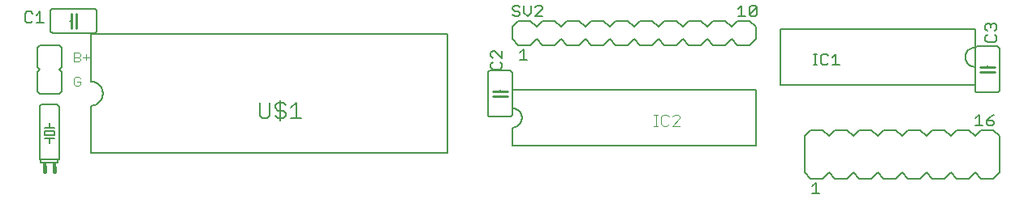
<source format=gto>
G75*
%MOIN*%
%OFA0B0*%
%FSLAX24Y24*%
%IPPOS*%
%LPD*%
%AMOC8*
5,1,8,0,0,1.08239X$1,22.5*
%
%ADD10C,0.0030*%
%ADD11C,0.0060*%
%ADD12C,0.0050*%
%ADD13C,0.0160*%
%ADD14R,0.0160X0.0230*%
%ADD15C,0.0070*%
%ADD16C,0.0040*%
%ADD17C,0.0100*%
D10*
X002382Y006495D02*
X002505Y006495D01*
X002567Y006557D01*
X002567Y006680D01*
X002443Y006680D01*
X002320Y006557D02*
X002382Y006495D01*
X002320Y006557D02*
X002320Y006804D01*
X002382Y006865D01*
X002505Y006865D01*
X002567Y006804D01*
X002505Y007495D02*
X002320Y007495D01*
X002320Y007865D01*
X002505Y007865D01*
X002567Y007804D01*
X002567Y007742D01*
X002505Y007680D01*
X002320Y007680D01*
X002505Y007680D02*
X002567Y007618D01*
X002567Y007557D01*
X002505Y007495D01*
X002812Y007557D02*
X002812Y007804D01*
X002935Y007680D02*
X002688Y007680D01*
D11*
X001805Y007280D02*
X001805Y008080D01*
X001705Y008180D01*
X000905Y008180D01*
X000805Y008080D01*
X000805Y007280D01*
X000905Y007180D01*
X000805Y007080D01*
X000805Y006280D01*
X000905Y006180D01*
X001705Y006180D01*
X001805Y006280D01*
X001805Y007080D01*
X001705Y007180D01*
X001805Y007280D01*
X003005Y006680D02*
X003005Y008630D01*
X017655Y008630D01*
X017655Y003730D01*
X003005Y003730D01*
X003005Y005680D01*
X001705Y005630D02*
X001705Y003480D01*
X001655Y003480D01*
X000955Y003480D01*
X000905Y003480D01*
X000905Y005630D01*
X000907Y005647D01*
X000911Y005664D01*
X000918Y005680D01*
X000928Y005694D01*
X000941Y005707D01*
X000955Y005717D01*
X000971Y005724D01*
X000988Y005728D01*
X001005Y005730D01*
X001605Y005730D01*
X001622Y005728D01*
X001639Y005724D01*
X001655Y005717D01*
X001669Y005707D01*
X001682Y005694D01*
X001692Y005680D01*
X001699Y005664D01*
X001703Y005647D01*
X001705Y005630D01*
X003005Y005680D02*
X003049Y005682D01*
X003092Y005688D01*
X003134Y005697D01*
X003176Y005710D01*
X003216Y005727D01*
X003255Y005747D01*
X003292Y005770D01*
X003326Y005797D01*
X003359Y005826D01*
X003388Y005859D01*
X003415Y005893D01*
X003438Y005930D01*
X003458Y005969D01*
X003475Y006009D01*
X003488Y006051D01*
X003497Y006093D01*
X003503Y006136D01*
X003505Y006180D01*
X003503Y006224D01*
X003497Y006267D01*
X003488Y006309D01*
X003475Y006351D01*
X003458Y006391D01*
X003438Y006430D01*
X003415Y006467D01*
X003388Y006501D01*
X003359Y006534D01*
X003326Y006563D01*
X003292Y006590D01*
X003255Y006613D01*
X003216Y006633D01*
X003176Y006650D01*
X003134Y006663D01*
X003092Y006672D01*
X003049Y006678D01*
X003005Y006680D01*
X001305Y004980D02*
X001305Y004780D01*
X001505Y004780D01*
X001305Y004780D02*
X001105Y004780D01*
X001105Y004630D02*
X001505Y004630D01*
X001505Y004480D01*
X001105Y004480D01*
X001105Y004630D01*
X001105Y004330D02*
X001305Y004330D01*
X001505Y004330D01*
X001305Y004330D02*
X001305Y004130D01*
X001655Y003480D02*
X001655Y003330D01*
X000955Y003330D01*
X000955Y003480D01*
X019305Y005330D02*
X019305Y007030D01*
X019307Y007047D01*
X019311Y007064D01*
X019318Y007080D01*
X019328Y007094D01*
X019341Y007107D01*
X019355Y007117D01*
X019371Y007124D01*
X019388Y007128D01*
X019405Y007130D01*
X020205Y007130D01*
X020222Y007128D01*
X020239Y007124D01*
X020255Y007117D01*
X020269Y007107D01*
X020282Y007094D01*
X020292Y007080D01*
X020299Y007064D01*
X020303Y007047D01*
X020305Y007030D01*
X020305Y005330D01*
X020303Y005313D01*
X020299Y005296D01*
X020292Y005280D01*
X020282Y005266D01*
X020269Y005253D01*
X020255Y005243D01*
X020239Y005236D01*
X020222Y005232D01*
X020205Y005230D01*
X019405Y005230D01*
X019388Y005232D01*
X019371Y005236D01*
X019355Y005243D01*
X019341Y005253D01*
X019328Y005266D01*
X019318Y005280D01*
X019311Y005296D01*
X019307Y005313D01*
X019305Y005330D01*
X020305Y005580D02*
X020344Y005578D01*
X020383Y005572D01*
X020421Y005563D01*
X020458Y005550D01*
X020494Y005533D01*
X020527Y005513D01*
X020559Y005489D01*
X020588Y005463D01*
X020614Y005434D01*
X020638Y005402D01*
X020658Y005369D01*
X020675Y005333D01*
X020688Y005296D01*
X020697Y005258D01*
X020703Y005219D01*
X020705Y005180D01*
X020703Y005141D01*
X020697Y005102D01*
X020688Y005064D01*
X020675Y005027D01*
X020658Y004991D01*
X020638Y004958D01*
X020614Y004926D01*
X020588Y004897D01*
X020559Y004871D01*
X020527Y004847D01*
X020494Y004827D01*
X020458Y004810D01*
X020421Y004797D01*
X020383Y004788D01*
X020344Y004782D01*
X020305Y004780D01*
X020305Y004030D01*
X030305Y004030D01*
X030305Y006330D01*
X020305Y006330D01*
X020305Y005580D01*
X019805Y006030D02*
X019805Y006080D01*
X019805Y006280D02*
X019805Y006330D01*
X020555Y008180D02*
X021055Y008180D01*
X021305Y008430D01*
X021555Y008180D01*
X022055Y008180D01*
X022305Y008430D01*
X022555Y008180D01*
X023055Y008180D01*
X023305Y008430D01*
X023555Y008180D01*
X024055Y008180D01*
X024305Y008430D01*
X024555Y008180D01*
X025055Y008180D01*
X025305Y008430D01*
X025555Y008180D01*
X026055Y008180D01*
X026305Y008430D01*
X026555Y008180D01*
X027055Y008180D01*
X027305Y008430D01*
X027555Y008180D01*
X028055Y008180D01*
X028305Y008430D01*
X028555Y008180D01*
X029055Y008180D01*
X029305Y008430D01*
X029555Y008180D01*
X030055Y008180D01*
X030305Y008430D01*
X030305Y008930D01*
X030055Y009180D01*
X029555Y009180D01*
X029305Y008930D01*
X029055Y009180D01*
X028555Y009180D01*
X028305Y008930D01*
X028055Y009180D01*
X027555Y009180D01*
X027305Y008930D01*
X027055Y009180D01*
X026555Y009180D01*
X026305Y008930D01*
X026055Y009180D01*
X025555Y009180D01*
X025305Y008930D01*
X025055Y009180D01*
X024555Y009180D01*
X024305Y008930D01*
X024055Y009180D01*
X023555Y009180D01*
X023305Y008930D01*
X023055Y009180D01*
X022555Y009180D01*
X022305Y008930D01*
X022055Y009180D01*
X021555Y009180D01*
X021305Y008930D01*
X021055Y009180D01*
X020555Y009180D01*
X020305Y008930D01*
X020305Y008430D01*
X020555Y008180D01*
X031305Y008830D02*
X031305Y006530D01*
X039305Y006530D01*
X039305Y007280D01*
X039805Y007280D02*
X039805Y007330D01*
X039805Y007080D02*
X039805Y007030D01*
X040305Y006330D02*
X040303Y006313D01*
X040299Y006296D01*
X040292Y006280D01*
X040282Y006266D01*
X040269Y006253D01*
X040255Y006243D01*
X040239Y006236D01*
X040222Y006232D01*
X040205Y006230D01*
X039405Y006230D01*
X039388Y006232D01*
X039371Y006236D01*
X039355Y006243D01*
X039341Y006253D01*
X039328Y006266D01*
X039318Y006280D01*
X039311Y006296D01*
X039307Y006313D01*
X039305Y006330D01*
X039305Y008030D01*
X039305Y008080D02*
X039305Y008830D01*
X031305Y008830D01*
X039305Y008080D02*
X039266Y008078D01*
X039227Y008072D01*
X039189Y008063D01*
X039152Y008050D01*
X039116Y008033D01*
X039083Y008013D01*
X039051Y007989D01*
X039022Y007963D01*
X038996Y007934D01*
X038972Y007902D01*
X038952Y007869D01*
X038935Y007833D01*
X038922Y007796D01*
X038913Y007758D01*
X038907Y007719D01*
X038905Y007680D01*
X038907Y007641D01*
X038913Y007602D01*
X038922Y007564D01*
X038935Y007527D01*
X038952Y007491D01*
X038972Y007458D01*
X038996Y007426D01*
X039022Y007397D01*
X039051Y007371D01*
X039083Y007347D01*
X039116Y007327D01*
X039152Y007310D01*
X039189Y007297D01*
X039227Y007288D01*
X039266Y007282D01*
X039305Y007280D01*
X039305Y008030D02*
X039307Y008047D01*
X039311Y008064D01*
X039318Y008080D01*
X039328Y008094D01*
X039341Y008107D01*
X039355Y008117D01*
X039371Y008124D01*
X039388Y008128D01*
X039405Y008130D01*
X040205Y008130D01*
X040222Y008128D01*
X040239Y008124D01*
X040255Y008117D01*
X040269Y008107D01*
X040282Y008094D01*
X040292Y008080D01*
X040299Y008064D01*
X040303Y008047D01*
X040305Y008030D01*
X040305Y006330D01*
X040055Y004680D02*
X039555Y004680D01*
X039305Y004430D01*
X039055Y004680D01*
X038555Y004680D01*
X038305Y004430D01*
X038055Y004680D01*
X037555Y004680D01*
X037305Y004430D01*
X037055Y004680D01*
X036555Y004680D01*
X036305Y004430D01*
X036055Y004680D01*
X035555Y004680D01*
X035305Y004430D01*
X035055Y004680D01*
X034555Y004680D01*
X034305Y004430D01*
X034055Y004680D01*
X033555Y004680D01*
X033305Y004430D01*
X033055Y004680D01*
X032555Y004680D01*
X032305Y004430D01*
X032305Y002930D01*
X032555Y002680D01*
X033055Y002680D01*
X033305Y002930D01*
X033555Y002680D01*
X034055Y002680D01*
X034305Y002930D01*
X034555Y002680D01*
X035055Y002680D01*
X035305Y002930D01*
X035555Y002680D01*
X036055Y002680D01*
X036305Y002930D01*
X036555Y002680D01*
X037055Y002680D01*
X037305Y002930D01*
X037555Y002680D01*
X038055Y002680D01*
X038305Y002930D01*
X038555Y002680D01*
X039055Y002680D01*
X039305Y002930D01*
X039555Y002680D01*
X040055Y002680D01*
X040305Y002930D01*
X040305Y004430D01*
X040055Y004680D01*
X003255Y008780D02*
X003255Y009580D01*
X003253Y009597D01*
X003249Y009614D01*
X003242Y009630D01*
X003232Y009644D01*
X003219Y009657D01*
X003205Y009667D01*
X003189Y009674D01*
X003172Y009678D01*
X003155Y009680D01*
X001455Y009680D01*
X001438Y009678D01*
X001421Y009674D01*
X001405Y009667D01*
X001391Y009657D01*
X001378Y009644D01*
X001368Y009630D01*
X001361Y009614D01*
X001357Y009597D01*
X001355Y009580D01*
X001355Y008780D01*
X001357Y008763D01*
X001361Y008746D01*
X001368Y008730D01*
X001378Y008716D01*
X001391Y008703D01*
X001405Y008693D01*
X001421Y008686D01*
X001438Y008682D01*
X001455Y008680D01*
X003155Y008680D01*
X003172Y008682D01*
X003189Y008686D01*
X003205Y008693D01*
X003219Y008703D01*
X003232Y008716D01*
X003242Y008730D01*
X003249Y008746D01*
X003253Y008763D01*
X003255Y008780D01*
X002455Y009180D02*
X002405Y009180D01*
X002205Y009180D02*
X002155Y009180D01*
D12*
X001070Y009105D02*
X000770Y009105D01*
X000920Y009105D02*
X000920Y009555D01*
X000770Y009405D01*
X000609Y009480D02*
X000534Y009555D01*
X000384Y009555D01*
X000309Y009480D01*
X000309Y009180D01*
X000384Y009105D01*
X000534Y009105D01*
X000609Y009180D01*
X019430Y007870D02*
X019430Y007720D01*
X019505Y007645D01*
X019580Y007945D02*
X019880Y007645D01*
X019880Y007945D01*
X019580Y007945D02*
X019505Y007945D01*
X019430Y007870D01*
X020630Y007855D02*
X020780Y008005D01*
X020780Y007555D01*
X020630Y007555D02*
X020930Y007555D01*
X019880Y007409D02*
X019880Y007259D01*
X019805Y007184D01*
X019505Y007184D01*
X019430Y007259D01*
X019430Y007409D01*
X019505Y007484D01*
X019805Y007484D02*
X019880Y007409D01*
X020405Y009355D02*
X020330Y009430D01*
X020405Y009355D02*
X020555Y009355D01*
X020630Y009430D01*
X020630Y009505D01*
X020555Y009580D01*
X020405Y009580D01*
X020330Y009655D01*
X020330Y009730D01*
X020405Y009805D01*
X020555Y009805D01*
X020630Y009730D01*
X020790Y009805D02*
X020790Y009505D01*
X020940Y009355D01*
X021091Y009505D01*
X021091Y009805D01*
X021251Y009730D02*
X021326Y009805D01*
X021476Y009805D01*
X021551Y009730D01*
X021551Y009655D01*
X021251Y009355D01*
X021551Y009355D01*
X029580Y009355D02*
X029880Y009355D01*
X029730Y009355D02*
X029730Y009805D01*
X029580Y009655D01*
X030040Y009730D02*
X030040Y009430D01*
X030341Y009730D01*
X030341Y009430D01*
X030266Y009355D01*
X030115Y009355D01*
X030040Y009430D01*
X030040Y009730D02*
X030115Y009805D01*
X030266Y009805D01*
X030341Y009730D01*
X032680Y007805D02*
X032830Y007805D01*
X032755Y007805D02*
X032755Y007355D01*
X032680Y007355D02*
X032830Y007355D01*
X032987Y007430D02*
X033062Y007355D01*
X033212Y007355D01*
X033287Y007430D01*
X033447Y007355D02*
X033748Y007355D01*
X033597Y007355D02*
X033597Y007805D01*
X033447Y007655D01*
X033287Y007730D02*
X033212Y007805D01*
X033062Y007805D01*
X032987Y007730D01*
X032987Y007430D01*
X039730Y008380D02*
X039805Y008305D01*
X040105Y008305D01*
X040180Y008380D01*
X040180Y008530D01*
X040105Y008605D01*
X039805Y008605D02*
X039730Y008530D01*
X039730Y008380D01*
X039805Y008765D02*
X039730Y008840D01*
X039730Y008991D01*
X039805Y009066D01*
X039880Y009066D01*
X039955Y008991D01*
X040030Y009066D01*
X040105Y009066D01*
X040180Y008991D01*
X040180Y008840D01*
X040105Y008765D01*
X039955Y008916D02*
X039955Y008991D01*
X040091Y005305D02*
X039940Y005230D01*
X039790Y005080D01*
X040016Y005080D01*
X040091Y005005D01*
X040091Y004930D01*
X040016Y004855D01*
X039865Y004855D01*
X039790Y004930D01*
X039790Y005080D01*
X039630Y004855D02*
X039330Y004855D01*
X039480Y004855D02*
X039480Y005305D01*
X039330Y005155D01*
X032780Y002505D02*
X032780Y002055D01*
X032630Y002055D02*
X032930Y002055D01*
X032630Y002355D02*
X032780Y002505D01*
D13*
X001105Y002980D02*
X001105Y003180D01*
X001505Y003130D02*
X001505Y002980D01*
D14*
X001505Y003195D03*
X001105Y003195D03*
D15*
X009940Y005270D02*
X010045Y005165D01*
X010255Y005165D01*
X010360Y005270D01*
X010360Y005796D01*
X010584Y005690D02*
X010690Y005796D01*
X010900Y005796D01*
X011005Y005690D01*
X011229Y005585D02*
X011439Y005796D01*
X011439Y005165D01*
X011229Y005165D02*
X011649Y005165D01*
X011005Y005270D02*
X011005Y005375D01*
X010900Y005480D01*
X010690Y005480D01*
X010584Y005585D01*
X010584Y005690D01*
X010795Y005901D02*
X010795Y005060D01*
X010900Y005165D02*
X011005Y005270D01*
X010900Y005165D02*
X010690Y005165D01*
X010584Y005270D01*
X009940Y005270D02*
X009940Y005796D01*
D16*
X026125Y005310D02*
X026278Y005310D01*
X026202Y005310D02*
X026202Y004850D01*
X026278Y004850D02*
X026125Y004850D01*
X026432Y004927D02*
X026509Y004850D01*
X026662Y004850D01*
X026739Y004927D01*
X026892Y004850D02*
X027199Y005157D01*
X027199Y005234D01*
X027122Y005310D01*
X026969Y005310D01*
X026892Y005234D01*
X026739Y005234D02*
X026662Y005310D01*
X026509Y005310D01*
X026432Y005234D01*
X026432Y004927D01*
X026892Y004850D02*
X027199Y004850D01*
D17*
X020105Y006080D02*
X019805Y006080D01*
X019505Y006080D01*
X019505Y006280D02*
X019805Y006280D01*
X020105Y006280D01*
X002405Y008880D02*
X002405Y009180D01*
X002405Y009480D01*
X002205Y009480D02*
X002205Y009180D01*
X002205Y008880D01*
X039505Y007280D02*
X039805Y007280D01*
X040105Y007280D01*
X040105Y007080D02*
X039805Y007080D01*
X039505Y007080D01*
M02*

</source>
